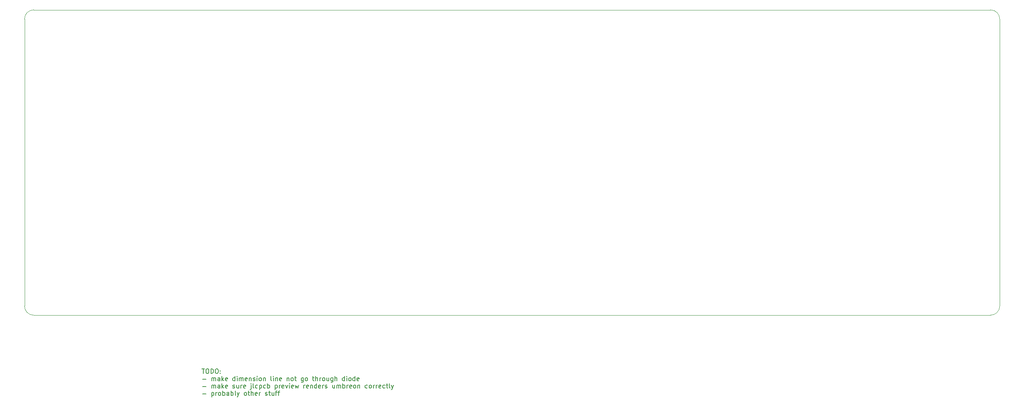
<source format=gbr>
%TF.GenerationSoftware,KiCad,Pcbnew,9.0.3-1.fc42*%
%TF.CreationDate,2025-09-11T11:22:30-04:00*%
%TF.ProjectId,48ish_soldered,34386973-685f-4736-9f6c-64657265642e,v1.0.0*%
%TF.SameCoordinates,Original*%
%TF.FileFunction,Profile,NP*%
%FSLAX46Y46*%
G04 Gerber Fmt 4.6, Leading zero omitted, Abs format (unit mm)*
G04 Created by KiCad (PCBNEW 9.0.3-1.fc42) date 2025-09-11 11:22:30*
%MOMM*%
%LPD*%
G01*
G04 APERTURE LIST*
%TA.AperFunction,Profile*%
%ADD10C,0.050000*%
%TD*%
%ADD11C,0.150000*%
G04 APERTURE END LIST*
D10*
X322500000Y-105000000D02*
X322500000Y-168000000D01*
X322500000Y-168000000D02*
G75*
G02*
X320500000Y-170000000I-2000000J0D01*
G01*
X320500000Y-170000000D02*
X110500000Y-170000000D01*
X320500000Y-103000000D02*
G75*
G02*
X322500000Y-105000000I0J-2000000D01*
G01*
X110500000Y-103000000D02*
X320500000Y-103000000D01*
X110500000Y-170000000D02*
G75*
G02*
X108500000Y-168000000I0J2000000D01*
G01*
X108500000Y-168000000D02*
X108500000Y-105000000D01*
X108500000Y-105000000D02*
G75*
G02*
X110500000Y-103000000I2000000J0D01*
G01*
D11*
X147443922Y-181789987D02*
X148015350Y-181789987D01*
X147729636Y-182789987D02*
X147729636Y-181789987D01*
X148539160Y-181789987D02*
X148729636Y-181789987D01*
X148729636Y-181789987D02*
X148824874Y-181837606D01*
X148824874Y-181837606D02*
X148920112Y-181932844D01*
X148920112Y-181932844D02*
X148967731Y-182123320D01*
X148967731Y-182123320D02*
X148967731Y-182456653D01*
X148967731Y-182456653D02*
X148920112Y-182647129D01*
X148920112Y-182647129D02*
X148824874Y-182742368D01*
X148824874Y-182742368D02*
X148729636Y-182789987D01*
X148729636Y-182789987D02*
X148539160Y-182789987D01*
X148539160Y-182789987D02*
X148443922Y-182742368D01*
X148443922Y-182742368D02*
X148348684Y-182647129D01*
X148348684Y-182647129D02*
X148301065Y-182456653D01*
X148301065Y-182456653D02*
X148301065Y-182123320D01*
X148301065Y-182123320D02*
X148348684Y-181932844D01*
X148348684Y-181932844D02*
X148443922Y-181837606D01*
X148443922Y-181837606D02*
X148539160Y-181789987D01*
X149396303Y-182789987D02*
X149396303Y-181789987D01*
X149396303Y-181789987D02*
X149634398Y-181789987D01*
X149634398Y-181789987D02*
X149777255Y-181837606D01*
X149777255Y-181837606D02*
X149872493Y-181932844D01*
X149872493Y-181932844D02*
X149920112Y-182028082D01*
X149920112Y-182028082D02*
X149967731Y-182218558D01*
X149967731Y-182218558D02*
X149967731Y-182361415D01*
X149967731Y-182361415D02*
X149920112Y-182551891D01*
X149920112Y-182551891D02*
X149872493Y-182647129D01*
X149872493Y-182647129D02*
X149777255Y-182742368D01*
X149777255Y-182742368D02*
X149634398Y-182789987D01*
X149634398Y-182789987D02*
X149396303Y-182789987D01*
X150586779Y-181789987D02*
X150777255Y-181789987D01*
X150777255Y-181789987D02*
X150872493Y-181837606D01*
X150872493Y-181837606D02*
X150967731Y-181932844D01*
X150967731Y-181932844D02*
X151015350Y-182123320D01*
X151015350Y-182123320D02*
X151015350Y-182456653D01*
X151015350Y-182456653D02*
X150967731Y-182647129D01*
X150967731Y-182647129D02*
X150872493Y-182742368D01*
X150872493Y-182742368D02*
X150777255Y-182789987D01*
X150777255Y-182789987D02*
X150586779Y-182789987D01*
X150586779Y-182789987D02*
X150491541Y-182742368D01*
X150491541Y-182742368D02*
X150396303Y-182647129D01*
X150396303Y-182647129D02*
X150348684Y-182456653D01*
X150348684Y-182456653D02*
X150348684Y-182123320D01*
X150348684Y-182123320D02*
X150396303Y-181932844D01*
X150396303Y-181932844D02*
X150491541Y-181837606D01*
X150491541Y-181837606D02*
X150586779Y-181789987D01*
X151443922Y-182694748D02*
X151491541Y-182742368D01*
X151491541Y-182742368D02*
X151443922Y-182789987D01*
X151443922Y-182789987D02*
X151396303Y-182742368D01*
X151396303Y-182742368D02*
X151443922Y-182694748D01*
X151443922Y-182694748D02*
X151443922Y-182789987D01*
X151443922Y-182170939D02*
X151491541Y-182218558D01*
X151491541Y-182218558D02*
X151443922Y-182266177D01*
X151443922Y-182266177D02*
X151396303Y-182218558D01*
X151396303Y-182218558D02*
X151443922Y-182170939D01*
X151443922Y-182170939D02*
X151443922Y-182266177D01*
X147586779Y-184018978D02*
X148348684Y-184018978D01*
X149586779Y-184399931D02*
X149586779Y-183733264D01*
X149586779Y-183828502D02*
X149634398Y-183780883D01*
X149634398Y-183780883D02*
X149729636Y-183733264D01*
X149729636Y-183733264D02*
X149872493Y-183733264D01*
X149872493Y-183733264D02*
X149967731Y-183780883D01*
X149967731Y-183780883D02*
X150015350Y-183876121D01*
X150015350Y-183876121D02*
X150015350Y-184399931D01*
X150015350Y-183876121D02*
X150062969Y-183780883D01*
X150062969Y-183780883D02*
X150158207Y-183733264D01*
X150158207Y-183733264D02*
X150301064Y-183733264D01*
X150301064Y-183733264D02*
X150396303Y-183780883D01*
X150396303Y-183780883D02*
X150443922Y-183876121D01*
X150443922Y-183876121D02*
X150443922Y-184399931D01*
X151348683Y-184399931D02*
X151348683Y-183876121D01*
X151348683Y-183876121D02*
X151301064Y-183780883D01*
X151301064Y-183780883D02*
X151205826Y-183733264D01*
X151205826Y-183733264D02*
X151015350Y-183733264D01*
X151015350Y-183733264D02*
X150920112Y-183780883D01*
X151348683Y-184352312D02*
X151253445Y-184399931D01*
X151253445Y-184399931D02*
X151015350Y-184399931D01*
X151015350Y-184399931D02*
X150920112Y-184352312D01*
X150920112Y-184352312D02*
X150872493Y-184257073D01*
X150872493Y-184257073D02*
X150872493Y-184161835D01*
X150872493Y-184161835D02*
X150920112Y-184066597D01*
X150920112Y-184066597D02*
X151015350Y-184018978D01*
X151015350Y-184018978D02*
X151253445Y-184018978D01*
X151253445Y-184018978D02*
X151348683Y-183971359D01*
X151824874Y-184399931D02*
X151824874Y-183399931D01*
X151920112Y-184018978D02*
X152205826Y-184399931D01*
X152205826Y-183733264D02*
X151824874Y-184114216D01*
X153015350Y-184352312D02*
X152920112Y-184399931D01*
X152920112Y-184399931D02*
X152729636Y-184399931D01*
X152729636Y-184399931D02*
X152634398Y-184352312D01*
X152634398Y-184352312D02*
X152586779Y-184257073D01*
X152586779Y-184257073D02*
X152586779Y-183876121D01*
X152586779Y-183876121D02*
X152634398Y-183780883D01*
X152634398Y-183780883D02*
X152729636Y-183733264D01*
X152729636Y-183733264D02*
X152920112Y-183733264D01*
X152920112Y-183733264D02*
X153015350Y-183780883D01*
X153015350Y-183780883D02*
X153062969Y-183876121D01*
X153062969Y-183876121D02*
X153062969Y-183971359D01*
X153062969Y-183971359D02*
X152586779Y-184066597D01*
X154682017Y-184399931D02*
X154682017Y-183399931D01*
X154682017Y-184352312D02*
X154586779Y-184399931D01*
X154586779Y-184399931D02*
X154396303Y-184399931D01*
X154396303Y-184399931D02*
X154301065Y-184352312D01*
X154301065Y-184352312D02*
X154253446Y-184304692D01*
X154253446Y-184304692D02*
X154205827Y-184209454D01*
X154205827Y-184209454D02*
X154205827Y-183923740D01*
X154205827Y-183923740D02*
X154253446Y-183828502D01*
X154253446Y-183828502D02*
X154301065Y-183780883D01*
X154301065Y-183780883D02*
X154396303Y-183733264D01*
X154396303Y-183733264D02*
X154586779Y-183733264D01*
X154586779Y-183733264D02*
X154682017Y-183780883D01*
X155158208Y-184399931D02*
X155158208Y-183733264D01*
X155158208Y-183399931D02*
X155110589Y-183447550D01*
X155110589Y-183447550D02*
X155158208Y-183495169D01*
X155158208Y-183495169D02*
X155205827Y-183447550D01*
X155205827Y-183447550D02*
X155158208Y-183399931D01*
X155158208Y-183399931D02*
X155158208Y-183495169D01*
X155634398Y-184399931D02*
X155634398Y-183733264D01*
X155634398Y-183828502D02*
X155682017Y-183780883D01*
X155682017Y-183780883D02*
X155777255Y-183733264D01*
X155777255Y-183733264D02*
X155920112Y-183733264D01*
X155920112Y-183733264D02*
X156015350Y-183780883D01*
X156015350Y-183780883D02*
X156062969Y-183876121D01*
X156062969Y-183876121D02*
X156062969Y-184399931D01*
X156062969Y-183876121D02*
X156110588Y-183780883D01*
X156110588Y-183780883D02*
X156205826Y-183733264D01*
X156205826Y-183733264D02*
X156348683Y-183733264D01*
X156348683Y-183733264D02*
X156443922Y-183780883D01*
X156443922Y-183780883D02*
X156491541Y-183876121D01*
X156491541Y-183876121D02*
X156491541Y-184399931D01*
X157348683Y-184352312D02*
X157253445Y-184399931D01*
X157253445Y-184399931D02*
X157062969Y-184399931D01*
X157062969Y-184399931D02*
X156967731Y-184352312D01*
X156967731Y-184352312D02*
X156920112Y-184257073D01*
X156920112Y-184257073D02*
X156920112Y-183876121D01*
X156920112Y-183876121D02*
X156967731Y-183780883D01*
X156967731Y-183780883D02*
X157062969Y-183733264D01*
X157062969Y-183733264D02*
X157253445Y-183733264D01*
X157253445Y-183733264D02*
X157348683Y-183780883D01*
X157348683Y-183780883D02*
X157396302Y-183876121D01*
X157396302Y-183876121D02*
X157396302Y-183971359D01*
X157396302Y-183971359D02*
X156920112Y-184066597D01*
X157824874Y-183733264D02*
X157824874Y-184399931D01*
X157824874Y-183828502D02*
X157872493Y-183780883D01*
X157872493Y-183780883D02*
X157967731Y-183733264D01*
X157967731Y-183733264D02*
X158110588Y-183733264D01*
X158110588Y-183733264D02*
X158205826Y-183780883D01*
X158205826Y-183780883D02*
X158253445Y-183876121D01*
X158253445Y-183876121D02*
X158253445Y-184399931D01*
X158682017Y-184352312D02*
X158777255Y-184399931D01*
X158777255Y-184399931D02*
X158967731Y-184399931D01*
X158967731Y-184399931D02*
X159062969Y-184352312D01*
X159062969Y-184352312D02*
X159110588Y-184257073D01*
X159110588Y-184257073D02*
X159110588Y-184209454D01*
X159110588Y-184209454D02*
X159062969Y-184114216D01*
X159062969Y-184114216D02*
X158967731Y-184066597D01*
X158967731Y-184066597D02*
X158824874Y-184066597D01*
X158824874Y-184066597D02*
X158729636Y-184018978D01*
X158729636Y-184018978D02*
X158682017Y-183923740D01*
X158682017Y-183923740D02*
X158682017Y-183876121D01*
X158682017Y-183876121D02*
X158729636Y-183780883D01*
X158729636Y-183780883D02*
X158824874Y-183733264D01*
X158824874Y-183733264D02*
X158967731Y-183733264D01*
X158967731Y-183733264D02*
X159062969Y-183780883D01*
X159539160Y-184399931D02*
X159539160Y-183733264D01*
X159539160Y-183399931D02*
X159491541Y-183447550D01*
X159491541Y-183447550D02*
X159539160Y-183495169D01*
X159539160Y-183495169D02*
X159586779Y-183447550D01*
X159586779Y-183447550D02*
X159539160Y-183399931D01*
X159539160Y-183399931D02*
X159539160Y-183495169D01*
X160158207Y-184399931D02*
X160062969Y-184352312D01*
X160062969Y-184352312D02*
X160015350Y-184304692D01*
X160015350Y-184304692D02*
X159967731Y-184209454D01*
X159967731Y-184209454D02*
X159967731Y-183923740D01*
X159967731Y-183923740D02*
X160015350Y-183828502D01*
X160015350Y-183828502D02*
X160062969Y-183780883D01*
X160062969Y-183780883D02*
X160158207Y-183733264D01*
X160158207Y-183733264D02*
X160301064Y-183733264D01*
X160301064Y-183733264D02*
X160396302Y-183780883D01*
X160396302Y-183780883D02*
X160443921Y-183828502D01*
X160443921Y-183828502D02*
X160491540Y-183923740D01*
X160491540Y-183923740D02*
X160491540Y-184209454D01*
X160491540Y-184209454D02*
X160443921Y-184304692D01*
X160443921Y-184304692D02*
X160396302Y-184352312D01*
X160396302Y-184352312D02*
X160301064Y-184399931D01*
X160301064Y-184399931D02*
X160158207Y-184399931D01*
X160920112Y-183733264D02*
X160920112Y-184399931D01*
X160920112Y-183828502D02*
X160967731Y-183780883D01*
X160967731Y-183780883D02*
X161062969Y-183733264D01*
X161062969Y-183733264D02*
X161205826Y-183733264D01*
X161205826Y-183733264D02*
X161301064Y-183780883D01*
X161301064Y-183780883D02*
X161348683Y-183876121D01*
X161348683Y-183876121D02*
X161348683Y-184399931D01*
X162729636Y-184399931D02*
X162634398Y-184352312D01*
X162634398Y-184352312D02*
X162586779Y-184257073D01*
X162586779Y-184257073D02*
X162586779Y-183399931D01*
X163110589Y-184399931D02*
X163110589Y-183733264D01*
X163110589Y-183399931D02*
X163062970Y-183447550D01*
X163062970Y-183447550D02*
X163110589Y-183495169D01*
X163110589Y-183495169D02*
X163158208Y-183447550D01*
X163158208Y-183447550D02*
X163110589Y-183399931D01*
X163110589Y-183399931D02*
X163110589Y-183495169D01*
X163586779Y-183733264D02*
X163586779Y-184399931D01*
X163586779Y-183828502D02*
X163634398Y-183780883D01*
X163634398Y-183780883D02*
X163729636Y-183733264D01*
X163729636Y-183733264D02*
X163872493Y-183733264D01*
X163872493Y-183733264D02*
X163967731Y-183780883D01*
X163967731Y-183780883D02*
X164015350Y-183876121D01*
X164015350Y-183876121D02*
X164015350Y-184399931D01*
X164872493Y-184352312D02*
X164777255Y-184399931D01*
X164777255Y-184399931D02*
X164586779Y-184399931D01*
X164586779Y-184399931D02*
X164491541Y-184352312D01*
X164491541Y-184352312D02*
X164443922Y-184257073D01*
X164443922Y-184257073D02*
X164443922Y-183876121D01*
X164443922Y-183876121D02*
X164491541Y-183780883D01*
X164491541Y-183780883D02*
X164586779Y-183733264D01*
X164586779Y-183733264D02*
X164777255Y-183733264D01*
X164777255Y-183733264D02*
X164872493Y-183780883D01*
X164872493Y-183780883D02*
X164920112Y-183876121D01*
X164920112Y-183876121D02*
X164920112Y-183971359D01*
X164920112Y-183971359D02*
X164443922Y-184066597D01*
X166110589Y-183733264D02*
X166110589Y-184399931D01*
X166110589Y-183828502D02*
X166158208Y-183780883D01*
X166158208Y-183780883D02*
X166253446Y-183733264D01*
X166253446Y-183733264D02*
X166396303Y-183733264D01*
X166396303Y-183733264D02*
X166491541Y-183780883D01*
X166491541Y-183780883D02*
X166539160Y-183876121D01*
X166539160Y-183876121D02*
X166539160Y-184399931D01*
X167158208Y-184399931D02*
X167062970Y-184352312D01*
X167062970Y-184352312D02*
X167015351Y-184304692D01*
X167015351Y-184304692D02*
X166967732Y-184209454D01*
X166967732Y-184209454D02*
X166967732Y-183923740D01*
X166967732Y-183923740D02*
X167015351Y-183828502D01*
X167015351Y-183828502D02*
X167062970Y-183780883D01*
X167062970Y-183780883D02*
X167158208Y-183733264D01*
X167158208Y-183733264D02*
X167301065Y-183733264D01*
X167301065Y-183733264D02*
X167396303Y-183780883D01*
X167396303Y-183780883D02*
X167443922Y-183828502D01*
X167443922Y-183828502D02*
X167491541Y-183923740D01*
X167491541Y-183923740D02*
X167491541Y-184209454D01*
X167491541Y-184209454D02*
X167443922Y-184304692D01*
X167443922Y-184304692D02*
X167396303Y-184352312D01*
X167396303Y-184352312D02*
X167301065Y-184399931D01*
X167301065Y-184399931D02*
X167158208Y-184399931D01*
X167777256Y-183733264D02*
X168158208Y-183733264D01*
X167920113Y-183399931D02*
X167920113Y-184257073D01*
X167920113Y-184257073D02*
X167967732Y-184352312D01*
X167967732Y-184352312D02*
X168062970Y-184399931D01*
X168062970Y-184399931D02*
X168158208Y-184399931D01*
X169682018Y-183733264D02*
X169682018Y-184542788D01*
X169682018Y-184542788D02*
X169634399Y-184638026D01*
X169634399Y-184638026D02*
X169586780Y-184685645D01*
X169586780Y-184685645D02*
X169491542Y-184733264D01*
X169491542Y-184733264D02*
X169348685Y-184733264D01*
X169348685Y-184733264D02*
X169253447Y-184685645D01*
X169682018Y-184352312D02*
X169586780Y-184399931D01*
X169586780Y-184399931D02*
X169396304Y-184399931D01*
X169396304Y-184399931D02*
X169301066Y-184352312D01*
X169301066Y-184352312D02*
X169253447Y-184304692D01*
X169253447Y-184304692D02*
X169205828Y-184209454D01*
X169205828Y-184209454D02*
X169205828Y-183923740D01*
X169205828Y-183923740D02*
X169253447Y-183828502D01*
X169253447Y-183828502D02*
X169301066Y-183780883D01*
X169301066Y-183780883D02*
X169396304Y-183733264D01*
X169396304Y-183733264D02*
X169586780Y-183733264D01*
X169586780Y-183733264D02*
X169682018Y-183780883D01*
X170301066Y-184399931D02*
X170205828Y-184352312D01*
X170205828Y-184352312D02*
X170158209Y-184304692D01*
X170158209Y-184304692D02*
X170110590Y-184209454D01*
X170110590Y-184209454D02*
X170110590Y-183923740D01*
X170110590Y-183923740D02*
X170158209Y-183828502D01*
X170158209Y-183828502D02*
X170205828Y-183780883D01*
X170205828Y-183780883D02*
X170301066Y-183733264D01*
X170301066Y-183733264D02*
X170443923Y-183733264D01*
X170443923Y-183733264D02*
X170539161Y-183780883D01*
X170539161Y-183780883D02*
X170586780Y-183828502D01*
X170586780Y-183828502D02*
X170634399Y-183923740D01*
X170634399Y-183923740D02*
X170634399Y-184209454D01*
X170634399Y-184209454D02*
X170586780Y-184304692D01*
X170586780Y-184304692D02*
X170539161Y-184352312D01*
X170539161Y-184352312D02*
X170443923Y-184399931D01*
X170443923Y-184399931D02*
X170301066Y-184399931D01*
X171682019Y-183733264D02*
X172062971Y-183733264D01*
X171824876Y-183399931D02*
X171824876Y-184257073D01*
X171824876Y-184257073D02*
X171872495Y-184352312D01*
X171872495Y-184352312D02*
X171967733Y-184399931D01*
X171967733Y-184399931D02*
X172062971Y-184399931D01*
X172396305Y-184399931D02*
X172396305Y-183399931D01*
X172824876Y-184399931D02*
X172824876Y-183876121D01*
X172824876Y-183876121D02*
X172777257Y-183780883D01*
X172777257Y-183780883D02*
X172682019Y-183733264D01*
X172682019Y-183733264D02*
X172539162Y-183733264D01*
X172539162Y-183733264D02*
X172443924Y-183780883D01*
X172443924Y-183780883D02*
X172396305Y-183828502D01*
X173301067Y-184399931D02*
X173301067Y-183733264D01*
X173301067Y-183923740D02*
X173348686Y-183828502D01*
X173348686Y-183828502D02*
X173396305Y-183780883D01*
X173396305Y-183780883D02*
X173491543Y-183733264D01*
X173491543Y-183733264D02*
X173586781Y-183733264D01*
X174062972Y-184399931D02*
X173967734Y-184352312D01*
X173967734Y-184352312D02*
X173920115Y-184304692D01*
X173920115Y-184304692D02*
X173872496Y-184209454D01*
X173872496Y-184209454D02*
X173872496Y-183923740D01*
X173872496Y-183923740D02*
X173920115Y-183828502D01*
X173920115Y-183828502D02*
X173967734Y-183780883D01*
X173967734Y-183780883D02*
X174062972Y-183733264D01*
X174062972Y-183733264D02*
X174205829Y-183733264D01*
X174205829Y-183733264D02*
X174301067Y-183780883D01*
X174301067Y-183780883D02*
X174348686Y-183828502D01*
X174348686Y-183828502D02*
X174396305Y-183923740D01*
X174396305Y-183923740D02*
X174396305Y-184209454D01*
X174396305Y-184209454D02*
X174348686Y-184304692D01*
X174348686Y-184304692D02*
X174301067Y-184352312D01*
X174301067Y-184352312D02*
X174205829Y-184399931D01*
X174205829Y-184399931D02*
X174062972Y-184399931D01*
X175253448Y-183733264D02*
X175253448Y-184399931D01*
X174824877Y-183733264D02*
X174824877Y-184257073D01*
X174824877Y-184257073D02*
X174872496Y-184352312D01*
X174872496Y-184352312D02*
X174967734Y-184399931D01*
X174967734Y-184399931D02*
X175110591Y-184399931D01*
X175110591Y-184399931D02*
X175205829Y-184352312D01*
X175205829Y-184352312D02*
X175253448Y-184304692D01*
X176158210Y-183733264D02*
X176158210Y-184542788D01*
X176158210Y-184542788D02*
X176110591Y-184638026D01*
X176110591Y-184638026D02*
X176062972Y-184685645D01*
X176062972Y-184685645D02*
X175967734Y-184733264D01*
X175967734Y-184733264D02*
X175824877Y-184733264D01*
X175824877Y-184733264D02*
X175729639Y-184685645D01*
X176158210Y-184352312D02*
X176062972Y-184399931D01*
X176062972Y-184399931D02*
X175872496Y-184399931D01*
X175872496Y-184399931D02*
X175777258Y-184352312D01*
X175777258Y-184352312D02*
X175729639Y-184304692D01*
X175729639Y-184304692D02*
X175682020Y-184209454D01*
X175682020Y-184209454D02*
X175682020Y-183923740D01*
X175682020Y-183923740D02*
X175729639Y-183828502D01*
X175729639Y-183828502D02*
X175777258Y-183780883D01*
X175777258Y-183780883D02*
X175872496Y-183733264D01*
X175872496Y-183733264D02*
X176062972Y-183733264D01*
X176062972Y-183733264D02*
X176158210Y-183780883D01*
X176634401Y-184399931D02*
X176634401Y-183399931D01*
X177062972Y-184399931D02*
X177062972Y-183876121D01*
X177062972Y-183876121D02*
X177015353Y-183780883D01*
X177015353Y-183780883D02*
X176920115Y-183733264D01*
X176920115Y-183733264D02*
X176777258Y-183733264D01*
X176777258Y-183733264D02*
X176682020Y-183780883D01*
X176682020Y-183780883D02*
X176634401Y-183828502D01*
X178729639Y-184399931D02*
X178729639Y-183399931D01*
X178729639Y-184352312D02*
X178634401Y-184399931D01*
X178634401Y-184399931D02*
X178443925Y-184399931D01*
X178443925Y-184399931D02*
X178348687Y-184352312D01*
X178348687Y-184352312D02*
X178301068Y-184304692D01*
X178301068Y-184304692D02*
X178253449Y-184209454D01*
X178253449Y-184209454D02*
X178253449Y-183923740D01*
X178253449Y-183923740D02*
X178301068Y-183828502D01*
X178301068Y-183828502D02*
X178348687Y-183780883D01*
X178348687Y-183780883D02*
X178443925Y-183733264D01*
X178443925Y-183733264D02*
X178634401Y-183733264D01*
X178634401Y-183733264D02*
X178729639Y-183780883D01*
X179205830Y-184399931D02*
X179205830Y-183733264D01*
X179205830Y-183399931D02*
X179158211Y-183447550D01*
X179158211Y-183447550D02*
X179205830Y-183495169D01*
X179205830Y-183495169D02*
X179253449Y-183447550D01*
X179253449Y-183447550D02*
X179205830Y-183399931D01*
X179205830Y-183399931D02*
X179205830Y-183495169D01*
X179824877Y-184399931D02*
X179729639Y-184352312D01*
X179729639Y-184352312D02*
X179682020Y-184304692D01*
X179682020Y-184304692D02*
X179634401Y-184209454D01*
X179634401Y-184209454D02*
X179634401Y-183923740D01*
X179634401Y-183923740D02*
X179682020Y-183828502D01*
X179682020Y-183828502D02*
X179729639Y-183780883D01*
X179729639Y-183780883D02*
X179824877Y-183733264D01*
X179824877Y-183733264D02*
X179967734Y-183733264D01*
X179967734Y-183733264D02*
X180062972Y-183780883D01*
X180062972Y-183780883D02*
X180110591Y-183828502D01*
X180110591Y-183828502D02*
X180158210Y-183923740D01*
X180158210Y-183923740D02*
X180158210Y-184209454D01*
X180158210Y-184209454D02*
X180110591Y-184304692D01*
X180110591Y-184304692D02*
X180062972Y-184352312D01*
X180062972Y-184352312D02*
X179967734Y-184399931D01*
X179967734Y-184399931D02*
X179824877Y-184399931D01*
X181015353Y-184399931D02*
X181015353Y-183399931D01*
X181015353Y-184352312D02*
X180920115Y-184399931D01*
X180920115Y-184399931D02*
X180729639Y-184399931D01*
X180729639Y-184399931D02*
X180634401Y-184352312D01*
X180634401Y-184352312D02*
X180586782Y-184304692D01*
X180586782Y-184304692D02*
X180539163Y-184209454D01*
X180539163Y-184209454D02*
X180539163Y-183923740D01*
X180539163Y-183923740D02*
X180586782Y-183828502D01*
X180586782Y-183828502D02*
X180634401Y-183780883D01*
X180634401Y-183780883D02*
X180729639Y-183733264D01*
X180729639Y-183733264D02*
X180920115Y-183733264D01*
X180920115Y-183733264D02*
X181015353Y-183780883D01*
X181872496Y-184352312D02*
X181777258Y-184399931D01*
X181777258Y-184399931D02*
X181586782Y-184399931D01*
X181586782Y-184399931D02*
X181491544Y-184352312D01*
X181491544Y-184352312D02*
X181443925Y-184257073D01*
X181443925Y-184257073D02*
X181443925Y-183876121D01*
X181443925Y-183876121D02*
X181491544Y-183780883D01*
X181491544Y-183780883D02*
X181586782Y-183733264D01*
X181586782Y-183733264D02*
X181777258Y-183733264D01*
X181777258Y-183733264D02*
X181872496Y-183780883D01*
X181872496Y-183780883D02*
X181920115Y-183876121D01*
X181920115Y-183876121D02*
X181920115Y-183971359D01*
X181920115Y-183971359D02*
X181443925Y-184066597D01*
X147586779Y-185628922D02*
X148348684Y-185628922D01*
X149586779Y-186009875D02*
X149586779Y-185343208D01*
X149586779Y-185438446D02*
X149634398Y-185390827D01*
X149634398Y-185390827D02*
X149729636Y-185343208D01*
X149729636Y-185343208D02*
X149872493Y-185343208D01*
X149872493Y-185343208D02*
X149967731Y-185390827D01*
X149967731Y-185390827D02*
X150015350Y-185486065D01*
X150015350Y-185486065D02*
X150015350Y-186009875D01*
X150015350Y-185486065D02*
X150062969Y-185390827D01*
X150062969Y-185390827D02*
X150158207Y-185343208D01*
X150158207Y-185343208D02*
X150301064Y-185343208D01*
X150301064Y-185343208D02*
X150396303Y-185390827D01*
X150396303Y-185390827D02*
X150443922Y-185486065D01*
X150443922Y-185486065D02*
X150443922Y-186009875D01*
X151348683Y-186009875D02*
X151348683Y-185486065D01*
X151348683Y-185486065D02*
X151301064Y-185390827D01*
X151301064Y-185390827D02*
X151205826Y-185343208D01*
X151205826Y-185343208D02*
X151015350Y-185343208D01*
X151015350Y-185343208D02*
X150920112Y-185390827D01*
X151348683Y-185962256D02*
X151253445Y-186009875D01*
X151253445Y-186009875D02*
X151015350Y-186009875D01*
X151015350Y-186009875D02*
X150920112Y-185962256D01*
X150920112Y-185962256D02*
X150872493Y-185867017D01*
X150872493Y-185867017D02*
X150872493Y-185771779D01*
X150872493Y-185771779D02*
X150920112Y-185676541D01*
X150920112Y-185676541D02*
X151015350Y-185628922D01*
X151015350Y-185628922D02*
X151253445Y-185628922D01*
X151253445Y-185628922D02*
X151348683Y-185581303D01*
X151824874Y-186009875D02*
X151824874Y-185009875D01*
X151920112Y-185628922D02*
X152205826Y-186009875D01*
X152205826Y-185343208D02*
X151824874Y-185724160D01*
X153015350Y-185962256D02*
X152920112Y-186009875D01*
X152920112Y-186009875D02*
X152729636Y-186009875D01*
X152729636Y-186009875D02*
X152634398Y-185962256D01*
X152634398Y-185962256D02*
X152586779Y-185867017D01*
X152586779Y-185867017D02*
X152586779Y-185486065D01*
X152586779Y-185486065D02*
X152634398Y-185390827D01*
X152634398Y-185390827D02*
X152729636Y-185343208D01*
X152729636Y-185343208D02*
X152920112Y-185343208D01*
X152920112Y-185343208D02*
X153015350Y-185390827D01*
X153015350Y-185390827D02*
X153062969Y-185486065D01*
X153062969Y-185486065D02*
X153062969Y-185581303D01*
X153062969Y-185581303D02*
X152586779Y-185676541D01*
X154205827Y-185962256D02*
X154301065Y-186009875D01*
X154301065Y-186009875D02*
X154491541Y-186009875D01*
X154491541Y-186009875D02*
X154586779Y-185962256D01*
X154586779Y-185962256D02*
X154634398Y-185867017D01*
X154634398Y-185867017D02*
X154634398Y-185819398D01*
X154634398Y-185819398D02*
X154586779Y-185724160D01*
X154586779Y-185724160D02*
X154491541Y-185676541D01*
X154491541Y-185676541D02*
X154348684Y-185676541D01*
X154348684Y-185676541D02*
X154253446Y-185628922D01*
X154253446Y-185628922D02*
X154205827Y-185533684D01*
X154205827Y-185533684D02*
X154205827Y-185486065D01*
X154205827Y-185486065D02*
X154253446Y-185390827D01*
X154253446Y-185390827D02*
X154348684Y-185343208D01*
X154348684Y-185343208D02*
X154491541Y-185343208D01*
X154491541Y-185343208D02*
X154586779Y-185390827D01*
X155491541Y-185343208D02*
X155491541Y-186009875D01*
X155062970Y-185343208D02*
X155062970Y-185867017D01*
X155062970Y-185867017D02*
X155110589Y-185962256D01*
X155110589Y-185962256D02*
X155205827Y-186009875D01*
X155205827Y-186009875D02*
X155348684Y-186009875D01*
X155348684Y-186009875D02*
X155443922Y-185962256D01*
X155443922Y-185962256D02*
X155491541Y-185914636D01*
X155967732Y-186009875D02*
X155967732Y-185343208D01*
X155967732Y-185533684D02*
X156015351Y-185438446D01*
X156015351Y-185438446D02*
X156062970Y-185390827D01*
X156062970Y-185390827D02*
X156158208Y-185343208D01*
X156158208Y-185343208D02*
X156253446Y-185343208D01*
X156967732Y-185962256D02*
X156872494Y-186009875D01*
X156872494Y-186009875D02*
X156682018Y-186009875D01*
X156682018Y-186009875D02*
X156586780Y-185962256D01*
X156586780Y-185962256D02*
X156539161Y-185867017D01*
X156539161Y-185867017D02*
X156539161Y-185486065D01*
X156539161Y-185486065D02*
X156586780Y-185390827D01*
X156586780Y-185390827D02*
X156682018Y-185343208D01*
X156682018Y-185343208D02*
X156872494Y-185343208D01*
X156872494Y-185343208D02*
X156967732Y-185390827D01*
X156967732Y-185390827D02*
X157015351Y-185486065D01*
X157015351Y-185486065D02*
X157015351Y-185581303D01*
X157015351Y-185581303D02*
X156539161Y-185676541D01*
X158205828Y-185343208D02*
X158205828Y-186200351D01*
X158205828Y-186200351D02*
X158158209Y-186295589D01*
X158158209Y-186295589D02*
X158062971Y-186343208D01*
X158062971Y-186343208D02*
X158015352Y-186343208D01*
X158205828Y-185009875D02*
X158158209Y-185057494D01*
X158158209Y-185057494D02*
X158205828Y-185105113D01*
X158205828Y-185105113D02*
X158253447Y-185057494D01*
X158253447Y-185057494D02*
X158205828Y-185009875D01*
X158205828Y-185009875D02*
X158205828Y-185105113D01*
X158824875Y-186009875D02*
X158729637Y-185962256D01*
X158729637Y-185962256D02*
X158682018Y-185867017D01*
X158682018Y-185867017D02*
X158682018Y-185009875D01*
X159634399Y-185962256D02*
X159539161Y-186009875D01*
X159539161Y-186009875D02*
X159348685Y-186009875D01*
X159348685Y-186009875D02*
X159253447Y-185962256D01*
X159253447Y-185962256D02*
X159205828Y-185914636D01*
X159205828Y-185914636D02*
X159158209Y-185819398D01*
X159158209Y-185819398D02*
X159158209Y-185533684D01*
X159158209Y-185533684D02*
X159205828Y-185438446D01*
X159205828Y-185438446D02*
X159253447Y-185390827D01*
X159253447Y-185390827D02*
X159348685Y-185343208D01*
X159348685Y-185343208D02*
X159539161Y-185343208D01*
X159539161Y-185343208D02*
X159634399Y-185390827D01*
X160062971Y-185343208D02*
X160062971Y-186343208D01*
X160062971Y-185390827D02*
X160158209Y-185343208D01*
X160158209Y-185343208D02*
X160348685Y-185343208D01*
X160348685Y-185343208D02*
X160443923Y-185390827D01*
X160443923Y-185390827D02*
X160491542Y-185438446D01*
X160491542Y-185438446D02*
X160539161Y-185533684D01*
X160539161Y-185533684D02*
X160539161Y-185819398D01*
X160539161Y-185819398D02*
X160491542Y-185914636D01*
X160491542Y-185914636D02*
X160443923Y-185962256D01*
X160443923Y-185962256D02*
X160348685Y-186009875D01*
X160348685Y-186009875D02*
X160158209Y-186009875D01*
X160158209Y-186009875D02*
X160062971Y-185962256D01*
X161396304Y-185962256D02*
X161301066Y-186009875D01*
X161301066Y-186009875D02*
X161110590Y-186009875D01*
X161110590Y-186009875D02*
X161015352Y-185962256D01*
X161015352Y-185962256D02*
X160967733Y-185914636D01*
X160967733Y-185914636D02*
X160920114Y-185819398D01*
X160920114Y-185819398D02*
X160920114Y-185533684D01*
X160920114Y-185533684D02*
X160967733Y-185438446D01*
X160967733Y-185438446D02*
X161015352Y-185390827D01*
X161015352Y-185390827D02*
X161110590Y-185343208D01*
X161110590Y-185343208D02*
X161301066Y-185343208D01*
X161301066Y-185343208D02*
X161396304Y-185390827D01*
X161824876Y-186009875D02*
X161824876Y-185009875D01*
X161824876Y-185390827D02*
X161920114Y-185343208D01*
X161920114Y-185343208D02*
X162110590Y-185343208D01*
X162110590Y-185343208D02*
X162205828Y-185390827D01*
X162205828Y-185390827D02*
X162253447Y-185438446D01*
X162253447Y-185438446D02*
X162301066Y-185533684D01*
X162301066Y-185533684D02*
X162301066Y-185819398D01*
X162301066Y-185819398D02*
X162253447Y-185914636D01*
X162253447Y-185914636D02*
X162205828Y-185962256D01*
X162205828Y-185962256D02*
X162110590Y-186009875D01*
X162110590Y-186009875D02*
X161920114Y-186009875D01*
X161920114Y-186009875D02*
X161824876Y-185962256D01*
X163491543Y-185343208D02*
X163491543Y-186343208D01*
X163491543Y-185390827D02*
X163586781Y-185343208D01*
X163586781Y-185343208D02*
X163777257Y-185343208D01*
X163777257Y-185343208D02*
X163872495Y-185390827D01*
X163872495Y-185390827D02*
X163920114Y-185438446D01*
X163920114Y-185438446D02*
X163967733Y-185533684D01*
X163967733Y-185533684D02*
X163967733Y-185819398D01*
X163967733Y-185819398D02*
X163920114Y-185914636D01*
X163920114Y-185914636D02*
X163872495Y-185962256D01*
X163872495Y-185962256D02*
X163777257Y-186009875D01*
X163777257Y-186009875D02*
X163586781Y-186009875D01*
X163586781Y-186009875D02*
X163491543Y-185962256D01*
X164396305Y-186009875D02*
X164396305Y-185343208D01*
X164396305Y-185533684D02*
X164443924Y-185438446D01*
X164443924Y-185438446D02*
X164491543Y-185390827D01*
X164491543Y-185390827D02*
X164586781Y-185343208D01*
X164586781Y-185343208D02*
X164682019Y-185343208D01*
X165396305Y-185962256D02*
X165301067Y-186009875D01*
X165301067Y-186009875D02*
X165110591Y-186009875D01*
X165110591Y-186009875D02*
X165015353Y-185962256D01*
X165015353Y-185962256D02*
X164967734Y-185867017D01*
X164967734Y-185867017D02*
X164967734Y-185486065D01*
X164967734Y-185486065D02*
X165015353Y-185390827D01*
X165015353Y-185390827D02*
X165110591Y-185343208D01*
X165110591Y-185343208D02*
X165301067Y-185343208D01*
X165301067Y-185343208D02*
X165396305Y-185390827D01*
X165396305Y-185390827D02*
X165443924Y-185486065D01*
X165443924Y-185486065D02*
X165443924Y-185581303D01*
X165443924Y-185581303D02*
X164967734Y-185676541D01*
X165777258Y-185343208D02*
X166015353Y-186009875D01*
X166015353Y-186009875D02*
X166253448Y-185343208D01*
X166634401Y-186009875D02*
X166634401Y-185343208D01*
X166634401Y-185009875D02*
X166586782Y-185057494D01*
X166586782Y-185057494D02*
X166634401Y-185105113D01*
X166634401Y-185105113D02*
X166682020Y-185057494D01*
X166682020Y-185057494D02*
X166634401Y-185009875D01*
X166634401Y-185009875D02*
X166634401Y-185105113D01*
X167491543Y-185962256D02*
X167396305Y-186009875D01*
X167396305Y-186009875D02*
X167205829Y-186009875D01*
X167205829Y-186009875D02*
X167110591Y-185962256D01*
X167110591Y-185962256D02*
X167062972Y-185867017D01*
X167062972Y-185867017D02*
X167062972Y-185486065D01*
X167062972Y-185486065D02*
X167110591Y-185390827D01*
X167110591Y-185390827D02*
X167205829Y-185343208D01*
X167205829Y-185343208D02*
X167396305Y-185343208D01*
X167396305Y-185343208D02*
X167491543Y-185390827D01*
X167491543Y-185390827D02*
X167539162Y-185486065D01*
X167539162Y-185486065D02*
X167539162Y-185581303D01*
X167539162Y-185581303D02*
X167062972Y-185676541D01*
X167872496Y-185343208D02*
X168062972Y-186009875D01*
X168062972Y-186009875D02*
X168253448Y-185533684D01*
X168253448Y-185533684D02*
X168443924Y-186009875D01*
X168443924Y-186009875D02*
X168634400Y-185343208D01*
X169777258Y-186009875D02*
X169777258Y-185343208D01*
X169777258Y-185533684D02*
X169824877Y-185438446D01*
X169824877Y-185438446D02*
X169872496Y-185390827D01*
X169872496Y-185390827D02*
X169967734Y-185343208D01*
X169967734Y-185343208D02*
X170062972Y-185343208D01*
X170777258Y-185962256D02*
X170682020Y-186009875D01*
X170682020Y-186009875D02*
X170491544Y-186009875D01*
X170491544Y-186009875D02*
X170396306Y-185962256D01*
X170396306Y-185962256D02*
X170348687Y-185867017D01*
X170348687Y-185867017D02*
X170348687Y-185486065D01*
X170348687Y-185486065D02*
X170396306Y-185390827D01*
X170396306Y-185390827D02*
X170491544Y-185343208D01*
X170491544Y-185343208D02*
X170682020Y-185343208D01*
X170682020Y-185343208D02*
X170777258Y-185390827D01*
X170777258Y-185390827D02*
X170824877Y-185486065D01*
X170824877Y-185486065D02*
X170824877Y-185581303D01*
X170824877Y-185581303D02*
X170348687Y-185676541D01*
X171253449Y-185343208D02*
X171253449Y-186009875D01*
X171253449Y-185438446D02*
X171301068Y-185390827D01*
X171301068Y-185390827D02*
X171396306Y-185343208D01*
X171396306Y-185343208D02*
X171539163Y-185343208D01*
X171539163Y-185343208D02*
X171634401Y-185390827D01*
X171634401Y-185390827D02*
X171682020Y-185486065D01*
X171682020Y-185486065D02*
X171682020Y-186009875D01*
X172586782Y-186009875D02*
X172586782Y-185009875D01*
X172586782Y-185962256D02*
X172491544Y-186009875D01*
X172491544Y-186009875D02*
X172301068Y-186009875D01*
X172301068Y-186009875D02*
X172205830Y-185962256D01*
X172205830Y-185962256D02*
X172158211Y-185914636D01*
X172158211Y-185914636D02*
X172110592Y-185819398D01*
X172110592Y-185819398D02*
X172110592Y-185533684D01*
X172110592Y-185533684D02*
X172158211Y-185438446D01*
X172158211Y-185438446D02*
X172205830Y-185390827D01*
X172205830Y-185390827D02*
X172301068Y-185343208D01*
X172301068Y-185343208D02*
X172491544Y-185343208D01*
X172491544Y-185343208D02*
X172586782Y-185390827D01*
X173443925Y-185962256D02*
X173348687Y-186009875D01*
X173348687Y-186009875D02*
X173158211Y-186009875D01*
X173158211Y-186009875D02*
X173062973Y-185962256D01*
X173062973Y-185962256D02*
X173015354Y-185867017D01*
X173015354Y-185867017D02*
X173015354Y-185486065D01*
X173015354Y-185486065D02*
X173062973Y-185390827D01*
X173062973Y-185390827D02*
X173158211Y-185343208D01*
X173158211Y-185343208D02*
X173348687Y-185343208D01*
X173348687Y-185343208D02*
X173443925Y-185390827D01*
X173443925Y-185390827D02*
X173491544Y-185486065D01*
X173491544Y-185486065D02*
X173491544Y-185581303D01*
X173491544Y-185581303D02*
X173015354Y-185676541D01*
X173920116Y-186009875D02*
X173920116Y-185343208D01*
X173920116Y-185533684D02*
X173967735Y-185438446D01*
X173967735Y-185438446D02*
X174015354Y-185390827D01*
X174015354Y-185390827D02*
X174110592Y-185343208D01*
X174110592Y-185343208D02*
X174205830Y-185343208D01*
X174491545Y-185962256D02*
X174586783Y-186009875D01*
X174586783Y-186009875D02*
X174777259Y-186009875D01*
X174777259Y-186009875D02*
X174872497Y-185962256D01*
X174872497Y-185962256D02*
X174920116Y-185867017D01*
X174920116Y-185867017D02*
X174920116Y-185819398D01*
X174920116Y-185819398D02*
X174872497Y-185724160D01*
X174872497Y-185724160D02*
X174777259Y-185676541D01*
X174777259Y-185676541D02*
X174634402Y-185676541D01*
X174634402Y-185676541D02*
X174539164Y-185628922D01*
X174539164Y-185628922D02*
X174491545Y-185533684D01*
X174491545Y-185533684D02*
X174491545Y-185486065D01*
X174491545Y-185486065D02*
X174539164Y-185390827D01*
X174539164Y-185390827D02*
X174634402Y-185343208D01*
X174634402Y-185343208D02*
X174777259Y-185343208D01*
X174777259Y-185343208D02*
X174872497Y-185390827D01*
X176539164Y-185343208D02*
X176539164Y-186009875D01*
X176110593Y-185343208D02*
X176110593Y-185867017D01*
X176110593Y-185867017D02*
X176158212Y-185962256D01*
X176158212Y-185962256D02*
X176253450Y-186009875D01*
X176253450Y-186009875D02*
X176396307Y-186009875D01*
X176396307Y-186009875D02*
X176491545Y-185962256D01*
X176491545Y-185962256D02*
X176539164Y-185914636D01*
X177015355Y-186009875D02*
X177015355Y-185343208D01*
X177015355Y-185438446D02*
X177062974Y-185390827D01*
X177062974Y-185390827D02*
X177158212Y-185343208D01*
X177158212Y-185343208D02*
X177301069Y-185343208D01*
X177301069Y-185343208D02*
X177396307Y-185390827D01*
X177396307Y-185390827D02*
X177443926Y-185486065D01*
X177443926Y-185486065D02*
X177443926Y-186009875D01*
X177443926Y-185486065D02*
X177491545Y-185390827D01*
X177491545Y-185390827D02*
X177586783Y-185343208D01*
X177586783Y-185343208D02*
X177729640Y-185343208D01*
X177729640Y-185343208D02*
X177824879Y-185390827D01*
X177824879Y-185390827D02*
X177872498Y-185486065D01*
X177872498Y-185486065D02*
X177872498Y-186009875D01*
X178348688Y-186009875D02*
X178348688Y-185009875D01*
X178348688Y-185390827D02*
X178443926Y-185343208D01*
X178443926Y-185343208D02*
X178634402Y-185343208D01*
X178634402Y-185343208D02*
X178729640Y-185390827D01*
X178729640Y-185390827D02*
X178777259Y-185438446D01*
X178777259Y-185438446D02*
X178824878Y-185533684D01*
X178824878Y-185533684D02*
X178824878Y-185819398D01*
X178824878Y-185819398D02*
X178777259Y-185914636D01*
X178777259Y-185914636D02*
X178729640Y-185962256D01*
X178729640Y-185962256D02*
X178634402Y-186009875D01*
X178634402Y-186009875D02*
X178443926Y-186009875D01*
X178443926Y-186009875D02*
X178348688Y-185962256D01*
X179253450Y-186009875D02*
X179253450Y-185343208D01*
X179253450Y-185533684D02*
X179301069Y-185438446D01*
X179301069Y-185438446D02*
X179348688Y-185390827D01*
X179348688Y-185390827D02*
X179443926Y-185343208D01*
X179443926Y-185343208D02*
X179539164Y-185343208D01*
X180253450Y-185962256D02*
X180158212Y-186009875D01*
X180158212Y-186009875D02*
X179967736Y-186009875D01*
X179967736Y-186009875D02*
X179872498Y-185962256D01*
X179872498Y-185962256D02*
X179824879Y-185867017D01*
X179824879Y-185867017D02*
X179824879Y-185486065D01*
X179824879Y-185486065D02*
X179872498Y-185390827D01*
X179872498Y-185390827D02*
X179967736Y-185343208D01*
X179967736Y-185343208D02*
X180158212Y-185343208D01*
X180158212Y-185343208D02*
X180253450Y-185390827D01*
X180253450Y-185390827D02*
X180301069Y-185486065D01*
X180301069Y-185486065D02*
X180301069Y-185581303D01*
X180301069Y-185581303D02*
X179824879Y-185676541D01*
X180872498Y-186009875D02*
X180777260Y-185962256D01*
X180777260Y-185962256D02*
X180729641Y-185914636D01*
X180729641Y-185914636D02*
X180682022Y-185819398D01*
X180682022Y-185819398D02*
X180682022Y-185533684D01*
X180682022Y-185533684D02*
X180729641Y-185438446D01*
X180729641Y-185438446D02*
X180777260Y-185390827D01*
X180777260Y-185390827D02*
X180872498Y-185343208D01*
X180872498Y-185343208D02*
X181015355Y-185343208D01*
X181015355Y-185343208D02*
X181110593Y-185390827D01*
X181110593Y-185390827D02*
X181158212Y-185438446D01*
X181158212Y-185438446D02*
X181205831Y-185533684D01*
X181205831Y-185533684D02*
X181205831Y-185819398D01*
X181205831Y-185819398D02*
X181158212Y-185914636D01*
X181158212Y-185914636D02*
X181110593Y-185962256D01*
X181110593Y-185962256D02*
X181015355Y-186009875D01*
X181015355Y-186009875D02*
X180872498Y-186009875D01*
X181634403Y-185343208D02*
X181634403Y-186009875D01*
X181634403Y-185438446D02*
X181682022Y-185390827D01*
X181682022Y-185390827D02*
X181777260Y-185343208D01*
X181777260Y-185343208D02*
X181920117Y-185343208D01*
X181920117Y-185343208D02*
X182015355Y-185390827D01*
X182015355Y-185390827D02*
X182062974Y-185486065D01*
X182062974Y-185486065D02*
X182062974Y-186009875D01*
X183729641Y-185962256D02*
X183634403Y-186009875D01*
X183634403Y-186009875D02*
X183443927Y-186009875D01*
X183443927Y-186009875D02*
X183348689Y-185962256D01*
X183348689Y-185962256D02*
X183301070Y-185914636D01*
X183301070Y-185914636D02*
X183253451Y-185819398D01*
X183253451Y-185819398D02*
X183253451Y-185533684D01*
X183253451Y-185533684D02*
X183301070Y-185438446D01*
X183301070Y-185438446D02*
X183348689Y-185390827D01*
X183348689Y-185390827D02*
X183443927Y-185343208D01*
X183443927Y-185343208D02*
X183634403Y-185343208D01*
X183634403Y-185343208D02*
X183729641Y-185390827D01*
X184301070Y-186009875D02*
X184205832Y-185962256D01*
X184205832Y-185962256D02*
X184158213Y-185914636D01*
X184158213Y-185914636D02*
X184110594Y-185819398D01*
X184110594Y-185819398D02*
X184110594Y-185533684D01*
X184110594Y-185533684D02*
X184158213Y-185438446D01*
X184158213Y-185438446D02*
X184205832Y-185390827D01*
X184205832Y-185390827D02*
X184301070Y-185343208D01*
X184301070Y-185343208D02*
X184443927Y-185343208D01*
X184443927Y-185343208D02*
X184539165Y-185390827D01*
X184539165Y-185390827D02*
X184586784Y-185438446D01*
X184586784Y-185438446D02*
X184634403Y-185533684D01*
X184634403Y-185533684D02*
X184634403Y-185819398D01*
X184634403Y-185819398D02*
X184586784Y-185914636D01*
X184586784Y-185914636D02*
X184539165Y-185962256D01*
X184539165Y-185962256D02*
X184443927Y-186009875D01*
X184443927Y-186009875D02*
X184301070Y-186009875D01*
X185062975Y-186009875D02*
X185062975Y-185343208D01*
X185062975Y-185533684D02*
X185110594Y-185438446D01*
X185110594Y-185438446D02*
X185158213Y-185390827D01*
X185158213Y-185390827D02*
X185253451Y-185343208D01*
X185253451Y-185343208D02*
X185348689Y-185343208D01*
X185682023Y-186009875D02*
X185682023Y-185343208D01*
X185682023Y-185533684D02*
X185729642Y-185438446D01*
X185729642Y-185438446D02*
X185777261Y-185390827D01*
X185777261Y-185390827D02*
X185872499Y-185343208D01*
X185872499Y-185343208D02*
X185967737Y-185343208D01*
X186682023Y-185962256D02*
X186586785Y-186009875D01*
X186586785Y-186009875D02*
X186396309Y-186009875D01*
X186396309Y-186009875D02*
X186301071Y-185962256D01*
X186301071Y-185962256D02*
X186253452Y-185867017D01*
X186253452Y-185867017D02*
X186253452Y-185486065D01*
X186253452Y-185486065D02*
X186301071Y-185390827D01*
X186301071Y-185390827D02*
X186396309Y-185343208D01*
X186396309Y-185343208D02*
X186586785Y-185343208D01*
X186586785Y-185343208D02*
X186682023Y-185390827D01*
X186682023Y-185390827D02*
X186729642Y-185486065D01*
X186729642Y-185486065D02*
X186729642Y-185581303D01*
X186729642Y-185581303D02*
X186253452Y-185676541D01*
X187586785Y-185962256D02*
X187491547Y-186009875D01*
X187491547Y-186009875D02*
X187301071Y-186009875D01*
X187301071Y-186009875D02*
X187205833Y-185962256D01*
X187205833Y-185962256D02*
X187158214Y-185914636D01*
X187158214Y-185914636D02*
X187110595Y-185819398D01*
X187110595Y-185819398D02*
X187110595Y-185533684D01*
X187110595Y-185533684D02*
X187158214Y-185438446D01*
X187158214Y-185438446D02*
X187205833Y-185390827D01*
X187205833Y-185390827D02*
X187301071Y-185343208D01*
X187301071Y-185343208D02*
X187491547Y-185343208D01*
X187491547Y-185343208D02*
X187586785Y-185390827D01*
X187872500Y-185343208D02*
X188253452Y-185343208D01*
X188015357Y-185009875D02*
X188015357Y-185867017D01*
X188015357Y-185867017D02*
X188062976Y-185962256D01*
X188062976Y-185962256D02*
X188158214Y-186009875D01*
X188158214Y-186009875D02*
X188253452Y-186009875D01*
X188729643Y-186009875D02*
X188634405Y-185962256D01*
X188634405Y-185962256D02*
X188586786Y-185867017D01*
X188586786Y-185867017D02*
X188586786Y-185009875D01*
X189015358Y-185343208D02*
X189253453Y-186009875D01*
X189491548Y-185343208D02*
X189253453Y-186009875D01*
X189253453Y-186009875D02*
X189158215Y-186247970D01*
X189158215Y-186247970D02*
X189110596Y-186295589D01*
X189110596Y-186295589D02*
X189015358Y-186343208D01*
X147586779Y-187238866D02*
X148348684Y-187238866D01*
X149586779Y-186953152D02*
X149586779Y-187953152D01*
X149586779Y-187000771D02*
X149682017Y-186953152D01*
X149682017Y-186953152D02*
X149872493Y-186953152D01*
X149872493Y-186953152D02*
X149967731Y-187000771D01*
X149967731Y-187000771D02*
X150015350Y-187048390D01*
X150015350Y-187048390D02*
X150062969Y-187143628D01*
X150062969Y-187143628D02*
X150062969Y-187429342D01*
X150062969Y-187429342D02*
X150015350Y-187524580D01*
X150015350Y-187524580D02*
X149967731Y-187572200D01*
X149967731Y-187572200D02*
X149872493Y-187619819D01*
X149872493Y-187619819D02*
X149682017Y-187619819D01*
X149682017Y-187619819D02*
X149586779Y-187572200D01*
X150491541Y-187619819D02*
X150491541Y-186953152D01*
X150491541Y-187143628D02*
X150539160Y-187048390D01*
X150539160Y-187048390D02*
X150586779Y-187000771D01*
X150586779Y-187000771D02*
X150682017Y-186953152D01*
X150682017Y-186953152D02*
X150777255Y-186953152D01*
X151253446Y-187619819D02*
X151158208Y-187572200D01*
X151158208Y-187572200D02*
X151110589Y-187524580D01*
X151110589Y-187524580D02*
X151062970Y-187429342D01*
X151062970Y-187429342D02*
X151062970Y-187143628D01*
X151062970Y-187143628D02*
X151110589Y-187048390D01*
X151110589Y-187048390D02*
X151158208Y-187000771D01*
X151158208Y-187000771D02*
X151253446Y-186953152D01*
X151253446Y-186953152D02*
X151396303Y-186953152D01*
X151396303Y-186953152D02*
X151491541Y-187000771D01*
X151491541Y-187000771D02*
X151539160Y-187048390D01*
X151539160Y-187048390D02*
X151586779Y-187143628D01*
X151586779Y-187143628D02*
X151586779Y-187429342D01*
X151586779Y-187429342D02*
X151539160Y-187524580D01*
X151539160Y-187524580D02*
X151491541Y-187572200D01*
X151491541Y-187572200D02*
X151396303Y-187619819D01*
X151396303Y-187619819D02*
X151253446Y-187619819D01*
X152015351Y-187619819D02*
X152015351Y-186619819D01*
X152015351Y-187000771D02*
X152110589Y-186953152D01*
X152110589Y-186953152D02*
X152301065Y-186953152D01*
X152301065Y-186953152D02*
X152396303Y-187000771D01*
X152396303Y-187000771D02*
X152443922Y-187048390D01*
X152443922Y-187048390D02*
X152491541Y-187143628D01*
X152491541Y-187143628D02*
X152491541Y-187429342D01*
X152491541Y-187429342D02*
X152443922Y-187524580D01*
X152443922Y-187524580D02*
X152396303Y-187572200D01*
X152396303Y-187572200D02*
X152301065Y-187619819D01*
X152301065Y-187619819D02*
X152110589Y-187619819D01*
X152110589Y-187619819D02*
X152015351Y-187572200D01*
X153348684Y-187619819D02*
X153348684Y-187096009D01*
X153348684Y-187096009D02*
X153301065Y-187000771D01*
X153301065Y-187000771D02*
X153205827Y-186953152D01*
X153205827Y-186953152D02*
X153015351Y-186953152D01*
X153015351Y-186953152D02*
X152920113Y-187000771D01*
X153348684Y-187572200D02*
X153253446Y-187619819D01*
X153253446Y-187619819D02*
X153015351Y-187619819D01*
X153015351Y-187619819D02*
X152920113Y-187572200D01*
X152920113Y-187572200D02*
X152872494Y-187476961D01*
X152872494Y-187476961D02*
X152872494Y-187381723D01*
X152872494Y-187381723D02*
X152920113Y-187286485D01*
X152920113Y-187286485D02*
X153015351Y-187238866D01*
X153015351Y-187238866D02*
X153253446Y-187238866D01*
X153253446Y-187238866D02*
X153348684Y-187191247D01*
X153824875Y-187619819D02*
X153824875Y-186619819D01*
X153824875Y-187000771D02*
X153920113Y-186953152D01*
X153920113Y-186953152D02*
X154110589Y-186953152D01*
X154110589Y-186953152D02*
X154205827Y-187000771D01*
X154205827Y-187000771D02*
X154253446Y-187048390D01*
X154253446Y-187048390D02*
X154301065Y-187143628D01*
X154301065Y-187143628D02*
X154301065Y-187429342D01*
X154301065Y-187429342D02*
X154253446Y-187524580D01*
X154253446Y-187524580D02*
X154205827Y-187572200D01*
X154205827Y-187572200D02*
X154110589Y-187619819D01*
X154110589Y-187619819D02*
X153920113Y-187619819D01*
X153920113Y-187619819D02*
X153824875Y-187572200D01*
X154872494Y-187619819D02*
X154777256Y-187572200D01*
X154777256Y-187572200D02*
X154729637Y-187476961D01*
X154729637Y-187476961D02*
X154729637Y-186619819D01*
X155158209Y-186953152D02*
X155396304Y-187619819D01*
X155634399Y-186953152D02*
X155396304Y-187619819D01*
X155396304Y-187619819D02*
X155301066Y-187857914D01*
X155301066Y-187857914D02*
X155253447Y-187905533D01*
X155253447Y-187905533D02*
X155158209Y-187953152D01*
X156920114Y-187619819D02*
X156824876Y-187572200D01*
X156824876Y-187572200D02*
X156777257Y-187524580D01*
X156777257Y-187524580D02*
X156729638Y-187429342D01*
X156729638Y-187429342D02*
X156729638Y-187143628D01*
X156729638Y-187143628D02*
X156777257Y-187048390D01*
X156777257Y-187048390D02*
X156824876Y-187000771D01*
X156824876Y-187000771D02*
X156920114Y-186953152D01*
X156920114Y-186953152D02*
X157062971Y-186953152D01*
X157062971Y-186953152D02*
X157158209Y-187000771D01*
X157158209Y-187000771D02*
X157205828Y-187048390D01*
X157205828Y-187048390D02*
X157253447Y-187143628D01*
X157253447Y-187143628D02*
X157253447Y-187429342D01*
X157253447Y-187429342D02*
X157205828Y-187524580D01*
X157205828Y-187524580D02*
X157158209Y-187572200D01*
X157158209Y-187572200D02*
X157062971Y-187619819D01*
X157062971Y-187619819D02*
X156920114Y-187619819D01*
X157539162Y-186953152D02*
X157920114Y-186953152D01*
X157682019Y-186619819D02*
X157682019Y-187476961D01*
X157682019Y-187476961D02*
X157729638Y-187572200D01*
X157729638Y-187572200D02*
X157824876Y-187619819D01*
X157824876Y-187619819D02*
X157920114Y-187619819D01*
X158253448Y-187619819D02*
X158253448Y-186619819D01*
X158682019Y-187619819D02*
X158682019Y-187096009D01*
X158682019Y-187096009D02*
X158634400Y-187000771D01*
X158634400Y-187000771D02*
X158539162Y-186953152D01*
X158539162Y-186953152D02*
X158396305Y-186953152D01*
X158396305Y-186953152D02*
X158301067Y-187000771D01*
X158301067Y-187000771D02*
X158253448Y-187048390D01*
X159539162Y-187572200D02*
X159443924Y-187619819D01*
X159443924Y-187619819D02*
X159253448Y-187619819D01*
X159253448Y-187619819D02*
X159158210Y-187572200D01*
X159158210Y-187572200D02*
X159110591Y-187476961D01*
X159110591Y-187476961D02*
X159110591Y-187096009D01*
X159110591Y-187096009D02*
X159158210Y-187000771D01*
X159158210Y-187000771D02*
X159253448Y-186953152D01*
X159253448Y-186953152D02*
X159443924Y-186953152D01*
X159443924Y-186953152D02*
X159539162Y-187000771D01*
X159539162Y-187000771D02*
X159586781Y-187096009D01*
X159586781Y-187096009D02*
X159586781Y-187191247D01*
X159586781Y-187191247D02*
X159110591Y-187286485D01*
X160015353Y-187619819D02*
X160015353Y-186953152D01*
X160015353Y-187143628D02*
X160062972Y-187048390D01*
X160062972Y-187048390D02*
X160110591Y-187000771D01*
X160110591Y-187000771D02*
X160205829Y-186953152D01*
X160205829Y-186953152D02*
X160301067Y-186953152D01*
X161348687Y-187572200D02*
X161443925Y-187619819D01*
X161443925Y-187619819D02*
X161634401Y-187619819D01*
X161634401Y-187619819D02*
X161729639Y-187572200D01*
X161729639Y-187572200D02*
X161777258Y-187476961D01*
X161777258Y-187476961D02*
X161777258Y-187429342D01*
X161777258Y-187429342D02*
X161729639Y-187334104D01*
X161729639Y-187334104D02*
X161634401Y-187286485D01*
X161634401Y-187286485D02*
X161491544Y-187286485D01*
X161491544Y-187286485D02*
X161396306Y-187238866D01*
X161396306Y-187238866D02*
X161348687Y-187143628D01*
X161348687Y-187143628D02*
X161348687Y-187096009D01*
X161348687Y-187096009D02*
X161396306Y-187000771D01*
X161396306Y-187000771D02*
X161491544Y-186953152D01*
X161491544Y-186953152D02*
X161634401Y-186953152D01*
X161634401Y-186953152D02*
X161729639Y-187000771D01*
X162062973Y-186953152D02*
X162443925Y-186953152D01*
X162205830Y-186619819D02*
X162205830Y-187476961D01*
X162205830Y-187476961D02*
X162253449Y-187572200D01*
X162253449Y-187572200D02*
X162348687Y-187619819D01*
X162348687Y-187619819D02*
X162443925Y-187619819D01*
X163205830Y-186953152D02*
X163205830Y-187619819D01*
X162777259Y-186953152D02*
X162777259Y-187476961D01*
X162777259Y-187476961D02*
X162824878Y-187572200D01*
X162824878Y-187572200D02*
X162920116Y-187619819D01*
X162920116Y-187619819D02*
X163062973Y-187619819D01*
X163062973Y-187619819D02*
X163158211Y-187572200D01*
X163158211Y-187572200D02*
X163205830Y-187524580D01*
X163539164Y-186953152D02*
X163920116Y-186953152D01*
X163682021Y-187619819D02*
X163682021Y-186762676D01*
X163682021Y-186762676D02*
X163729640Y-186667438D01*
X163729640Y-186667438D02*
X163824878Y-186619819D01*
X163824878Y-186619819D02*
X163920116Y-186619819D01*
X164110593Y-186953152D02*
X164491545Y-186953152D01*
X164253450Y-187619819D02*
X164253450Y-186762676D01*
X164253450Y-186762676D02*
X164301069Y-186667438D01*
X164301069Y-186667438D02*
X164396307Y-186619819D01*
X164396307Y-186619819D02*
X164491545Y-186619819D01*
M02*

</source>
